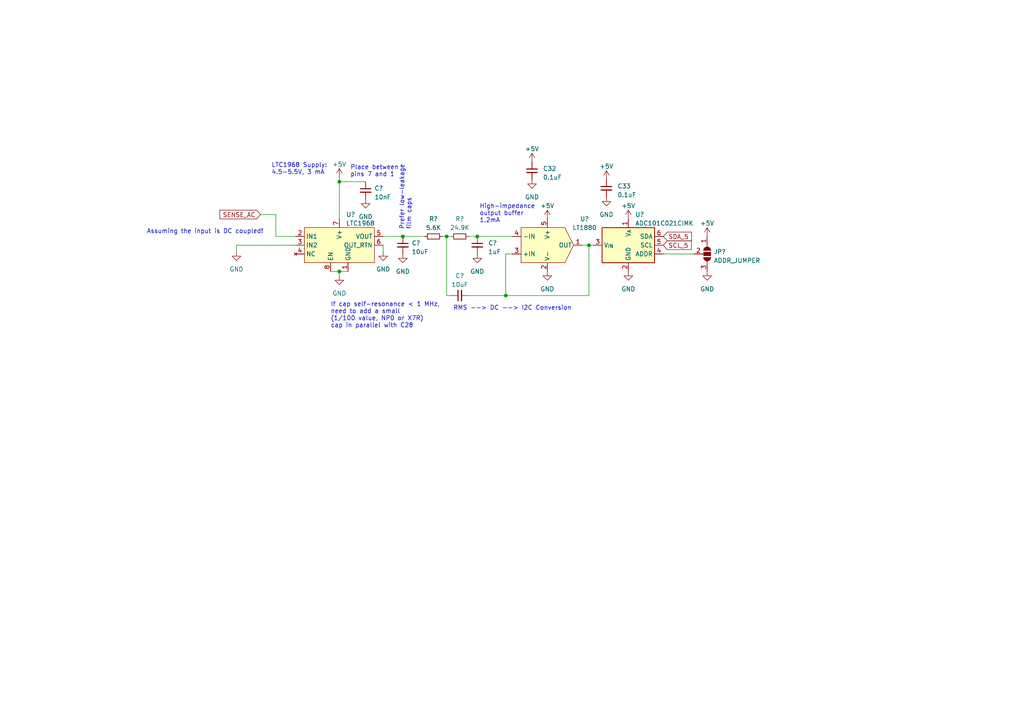
<source format=kicad_sch>
(kicad_sch (version 20230121) (generator eeschema)
  (paper "A4")
  (lib_symbols
    (symbol "Analog_ADC:ADC101C021CIMK"
      (property "Reference" "U" (at 3.81 11.43 0))
      (property "Value" "ADC101C021CIMK" (at 11.43 8.89 0))
      (symbol "ADC101C021CIMK_0_1"
        (rectangle (start -7.62 5.08) (end 7.62 -5.08) (stroke (width 0.254)) (fill (type background)))
      )
      (symbol "ADC101C021CIMK_1_1"
        (pin power_in line (at 0 7.62 270) (length 2.54) (name "V_{A}") (number "1"))
        (pin power_in line (at 0 -7.62 90) (length 2.54) (name "GND") (number "2"))
        (pin input line (at -10.16 0 0) (length 2.54) (name "V_{IN}") (number "3"))
        (pin input line (at 10.16 -2.54 180) (length 2.54) (name "ADDR") (number "4"))
        (pin input line (at 10.16 0 180) (length 2.54) (name "SCL") (number "5"))
        (pin bidirectional line (at 10.16 2.54 180) (length 2.54) (name "SDA") (number "6"))
      )
    )
    (symbol "Analog_ADC:LT1880"
      (property "Reference" "U" (at 10.16 7.62 0))
      (property "Value" "LT1880" (at 0 0 0))
      (symbol "LT1880_1_1"
        (polyline (pts (xy 10.16 0) (xy 7.62 5.08) (xy -5.08 5.08) (xy -5.08 -5.08) (xy 7.62 -5.08) (xy 10.16 0)) (fill (type background)))
        (pin input line (at 12.7 0 180) (length 2.54) (name "OUT") (number "1"))
        (pin input line (at 2.54 -7.62 90) (length 2.54) (name "V-") (number "2"))
        (pin input line (at -7.62 -2.54 0) (length 2.54) (name "+IN") (number "3"))
        (pin input line (at -7.62 2.54 0) (length 2.54) (name "-IN") (number "4"))
        (pin input line (at 2.54 7.62 270) (length 2.54) (name "V+") (number "5"))
      )
    )
    (symbol "Device:C_Small" (pin_numbers hide) (pin_names (offset 0.254) hide)
      (property "Reference" "C" (at 0.254 1.778 0))
      (property "Value" "C_Small" (at 0.254 -2.032 0))
      (symbol "C_Small_0_1"
        (polyline (pts (xy -1.524 -0.508) (xy 1.524 -0.508)) (stroke (width 0.3302)))
        (polyline (pts (xy -1.524 0.508) (xy 1.524 0.508)) (stroke (width 0.3048)))
      )
      (symbol "C_Small_1_1"
        (pin passive line (at 0 2.54 270) (length 2.032) (name "~") (number "1"))
        (pin passive line (at 0 -2.54 90) (length 2.032) (name "~") (number "2"))
      )
    )
    (symbol "Device:R_Small" (pin_numbers hide) (pin_names (offset 0.254) hide)
      (property "Reference" "R" (at 0.762 0.508 0))
      (property "Value" "R_Small" (at 0.762 -1.016 0))
      (symbol "R_Small_0_1"
        (rectangle (start -0.762 1.778) (end 0.762 -1.778) (stroke (width 0.2032)))
      )
      (symbol "R_Small_1_1"
        (pin passive line (at 0 2.54 270) (length 0.762) (name "~") (number "1"))
        (pin passive line (at 0 -2.54 90) (length 0.762) (name "~") (number "2"))
      )
    )
    (symbol "Jumper:SolderJumper_3_Open" (pin_names (offset 0) hide)
      (property "Reference" "JP" (at -2.54 -2.54 0))
      (property "Value" "SolderJumper_3_Open" (at 0 2.794 0))
      (symbol "SolderJumper_3_Open_0_1"
        (arc (start -1.016 1.016) (mid -2.0276 0) (end -1.016 -1.016))
        (arc (start -1.016 1.016) (mid -2.0276 0) (end -1.016 -1.016) (fill (type outline)))
        (rectangle (start -0.508 1.016) (end 0.508 -1.016) (fill (type outline)))
        (polyline (pts (xy -2.54 0) (xy -2.032 0)))
        (polyline (pts (xy -1.016 1.016) (xy -1.016 -1.016)))
        (polyline (pts (xy 0 -1.27) (xy 0 -1.016)))
        (polyline (pts (xy 1.016 1.016) (xy 1.016 -1.016)))
        (polyline (pts (xy 2.54 0) (xy 2.032 0)))
        (arc (start 1.016 -1.016) (mid 2.0276 0) (end 1.016 1.016))
        (arc (start 1.016 -1.016) (mid 2.0276 0) (end 1.016 1.016) (fill (type outline)))
      )
      (symbol "SolderJumper_3_Open_1_1"
        (pin passive line (at -5.08 0 0) (length 2.54) (name "A") (number "1"))
        (pin passive line (at 0 -3.81 90) (length 2.54) (name "C") (number "2"))
        (pin passive line (at 5.08 0 180) (length 2.54) (name "B") (number "3"))
      )
    )
    (symbol "RMS_to_DC:LTC1968"
      (property "Reference" "U" (at 2.54 7.62 0))
      (property "Value" "LTC1968" (at 0 0 0))
      (symbol "LTC1968_1_1"
        (rectangle (start -10.16 5.08) (end 10.16 -5.08) (fill (type background)))
        (pin input line (at 2.54 -7.62 90) (length 2.54) (name "GND") (number "1"))
        (pin input line (at -12.7 2.54 0) (length 2.54) (name "IN1") (number "2"))
        (pin input line (at -12.7 0 0) (length 2.54) (name "IN2") (number "3"))
        (pin no_connect line (at -12.7 -2.54 0) (length 2.54) (name "NC") (number "4"))
        (pin input line (at 12.7 2.54 180) (length 2.54) (name "VOUT") (number "5"))
        (pin input line (at 12.7 0 180) (length 2.54) (name "OUT_RTN") (number "6"))
        (pin input line (at 0 7.62 270) (length 2.54) (name "V+") (number "7"))
        (pin input line (at -2.54 -7.62 90) (length 2.54) (name "EN") (number "8"))
      )
    )
    (symbol "power:+5V" (power) (pin_names (offset 0))
      (property "Value" "+5V" (at 0 3.556 0))
      (symbol "+5V_0_1"
        (polyline (pts (xy -0.762 1.27) (xy 0 2.54)))
        (polyline (pts (xy 0 0) (xy 0 2.54)))
        (polyline (pts (xy 0 2.54) (xy 0.762 1.27)))
      )
      (symbol "+5V_1_1"
        (pin power_in line (at 0 0 90) (length 0) hide (name "+5V") (number "1"))
      )
    )
    (symbol "power:GND" (power) (pin_names (offset 0))
      (property "Value" "GND" (at 0 -3.81 0))
      (symbol "GND_0_1"
        (polyline (pts (xy 0 0) (xy 0 -1.27) (xy 1.27 -1.27) (xy 0 -2.54) (xy -1.27 -1.27) (xy 0 -1.27)))
      )
      (symbol "GND_1_1"
        (pin power_in line (at 0 0 270) (length 0) hide (name "GND") (number "1"))
      )
    )
  )
  (junction (at 146.685 85.725))
  (junction (at 98.425 78.74))
  (junction (at 170.815 71.12))
  (junction (at 138.43 68.58))
  (junction (at 129.54 68.58))
  (junction (at 116.84 68.58))
  (junction (at 98.425 52.705))
  (wire (pts (xy 146.685 73.66) (xy 148.59 73.66)))
  (wire (pts (xy 146.685 73.66) (xy 146.685 85.725)))
  (wire (pts (xy 168.91 71.12) (xy 170.815 71.12)))
  (wire (pts (xy 170.815 71.12) (xy 172.085 71.12)))
  (wire (pts (xy 129.54 85.725) (xy 130.81 85.725)))
  (wire (pts (xy 68.58 71.12) (xy 85.725 71.12)))
  (wire (pts (xy 135.89 68.58) (xy 138.43 68.58)))
  (wire (pts (xy 98.425 51.435) (xy 98.425 52.705)))
  (wire (pts (xy 80.01 68.58) (xy 85.725 68.58)))
  (wire (pts (xy 135.89 85.725) (xy 146.685 85.725)))
  (wire (pts (xy 111.125 68.58) (xy 116.84 68.58)))
  (wire (pts (xy 128.27 68.58) (xy 129.54 68.58)))
  (wire (pts (xy 75.565 62.23) (xy 80.01 62.23)))
  (wire (pts (xy 138.43 68.58) (xy 148.59 68.58)))
  (wire (pts (xy 98.425 78.74) (xy 100.965 78.74)))
  (wire (pts (xy 129.54 85.725) (xy 129.54 68.58)))
  (wire (pts (xy 192.405 73.66) (xy 201.295 73.66)))
  (wire (pts (xy 129.54 68.58) (xy 130.81 68.58)))
  (wire (pts (xy 98.425 52.705) (xy 98.425 63.5)))
  (wire (pts (xy 116.84 68.58) (xy 123.19 68.58)))
  (wire (pts (xy 98.425 80.01) (xy 98.425 78.74)))
  (wire (pts (xy 68.58 73.025) (xy 68.58 71.12)))
  (wire (pts (xy 170.815 85.725) (xy 170.815 71.12)))
  (wire (pts (xy 80.01 62.23) (xy 80.01 68.58)))
  (wire (pts (xy 98.425 52.705) (xy 106.045 52.705)))
  (wire (pts (xy 111.125 73.025) (xy 111.125 71.12)))
  (wire (pts (xy 95.885 78.74) (xy 98.425 78.74)))
  (wire (pts (xy 146.685 85.725) (xy 170.815 85.725)))
  (text "Prefer low-leakage\nfilm caps" (at 119.38 66.675 90) (effects (font (size 1.27 1.27)) (justify left bottom)))
  (text "LTC1968 Supply:\n4.5-5.5V, 3 mA" (at 78.74 50.8 0) (effects (font (size 1.27 1.27)) (justify left bottom)))
  (text "Assuming the input is DC coupled!" (at 42.545 67.945 0) (effects (font (size 1.27 1.27)) (justify left bottom)))
  (text "Place between\npins 7 and 1" (at 101.6 51.435 0) (effects (font (size 1.27 1.27)) (justify left bottom)))
  (text "RMS --> DC --> I2C Conversion" (at 131.445 90.17 0) (effects (font (size 1.27 1.27)) (justify left bottom)))
  (text "If cap self-resonance < 1 MHz,\nneed to add a small\n(1/100 value, NP0 or X7R)\ncap in parallel with C28" (at 95.885 95.25 0) (effects (font (size 1.27 1.27)) (justify left bottom)))
  (text "High-impedance\noutput buffer\n1.2mA" (at 139.065 64.77 0) (effects (font (size 1.27 1.27)) (justify left bottom)))
  (global_label "SDA_5" (shape input) (at 192.405 68.58 0) (property "Intersheetrefs" "${INTERSHEET_REFS}" (effects hide)))
  (global_label "SENSE_AC" (shape input) (at 75.565 62.23 180) (property "Intersheetrefs" "${INTERSHEET_REFS}" (effects hide)))
  (global_label "SCL_5" (shape input) (at 192.405 71.12 0) (property "Intersheetrefs" "${INTERSHEET_REFS}" (effects hide)))
  (symbol (lib_id "Device:C_Small") (at 154.305 49.53 0) (unit 1)
    (property "Reference" "C32" (at 157.48 48.9013 0) (effects (justify left)))
    (property "Value" "0.1uF" (at 157.48 51.4413 0) (effects (justify left)))
  )
  (symbol (lib_id "Device:C_Small") (at 106.045 55.245 0) (unit 1)
    (property "Reference" "C?" (at 108.585 54.6163 0) (effects (justify left)))
    (property "Value" "10nF" (at 108.585 57.1563 0) (effects (justify left)))
    (instances (project "AMF-Generator" (path "" (reference "C?") (unit 1)) (path "" (reference "C27") (unit 1))))
  )
  (symbol (lib_id "power:GND") (at 182.245 78.74 0) (unit 1)
    (property "Reference" "#PWR?" (effects hide))
    (property "Value" "GND" (at 182.245 83.82 0))
    (instances (project "AMF-Generator" (path "" (reference "#PWR?") (unit 1)) (path "" (reference "#PWR043") (unit 1))))
  )
  (symbol (lib_id "power:GND") (at 116.84 73.66 0) (unit 1)
    (property "Reference" "#PWR?" (effects hide))
    (property "Value" "GND" (at 116.84 78.74 0))
    (instances (project "AMF-Generator" (path "" (reference "#PWR?") (unit 1)) (path "" (reference "#PWR031") (unit 1))))
  )
  (symbol (lib_id "Jumper:SolderJumper_3_Open") (at 205.105 73.66 270) (unit 1)
    (property "Reference" "JP?" (at 207.01 73.025 90) (effects (justify left)))
    (property "Value" "ADDR_JUMPER" (at 207.01 75.565 90) (effects (justify left)))
    (instances (project "AMF-Generator" (path "" (reference "JP?") (unit 1)) (path "" (reference "JP2") (unit 1))))
  )
  (symbol (lib_id "power:+5V") (at 158.75 63.5 0) (unit 1)
    (property "Reference" "#PWR?" (effects hide))
    (property "Value" "+5V" (at 158.75 59.69 0))
    (instances (project "AMF-Generator" (path "" (reference "#PWR?") (unit 1)) (path "" (reference "#PWR040") (unit 1))))
  )
  (symbol (lib_id "RMS_to_DC:LTC1968") (at 98.425 71.12 0) (unit 1)
    (property "Reference" "U?" (at 100.3809 62.23 0) (effects (justify left)))
    (property "Value" "LTC1968" (at 100.3809 64.77 0) (effects (justify left)))
    (property "Footprint" "Package_SO:MSOP-8_3x3mm_P0.65mm" (effects hide))
    (property "Datasheet" "https://www.analog.com/media/en/technical-documentation/data-sheets/1968f.pdf" (effects hide))
    (instances (project "AMF-Generator" (path "" (reference "U?") (unit 1)) (path "" (reference "U3") (unit 1))))
  )
  (symbol (lib_id "power:GND") (at 175.895 57.15 0) (unit 1)
    (property "Reference" "#PWR?" (effects hide))
    (property "Value" "GND" (at 175.895 62.23 0))
    (instances (project "AMF-Generator" (path "" (reference "#PWR?") (unit 1)) (path "" (reference "#PWR053") (unit 1))))
  )
  (symbol (lib_id "power:+5V") (at 175.895 52.07 0) (unit 1)
    (property "Reference" "#PWR?" (effects hide))
    (property "Value" "+5V" (at 175.895 48.26 0))
    (instances (project "AMF-Generator" (path "" (reference "#PWR?") (unit 1)) (path "" (reference "#PWR052") (unit 1))))
  )
  (symbol (lib_id "Device:R_Small") (at 133.35 68.58 90) (unit 1)
    (property "Reference" "R?" (at 133.35 63.5 90))
    (property "Value" "24.9K" (at 133.35 66.04 90))
    (instances (project "AMF-Generator" (path "" (reference "R?") (unit 1)) (path "" (reference "R15") (unit 1))))
  )
  (symbol (lib_id "Device:R_Small") (at 125.73 68.58 90) (unit 1)
    (property "Reference" "R?" (at 125.73 63.5 90))
    (property "Value" "5.6K" (at 125.73 66.04 90))
    (instances (project "AMF-Generator" (path "" (reference "R?") (unit 1)) (path "" (reference "R14") (unit 1))))
  )
  (symbol (lib_id "power:+5V") (at 182.245 63.5 0) (unit 1)
    (property "Reference" "#PWR?" (effects hide))
    (property "Value" "+5V" (at 182.245 59.69 0))
    (instances (project "AMF-Generator" (path "" (reference "#PWR?") (unit 1)) (path "" (reference "#PWR042") (unit 1))))
  )
  (symbol (lib_id "Analog_ADC:ADC101C021CIMK") (at 182.245 71.12 0) (unit 1)
    (property "Reference" "U?" (at 184.2009 62.23 0) (effects (justify left)))
    (property "Value" "ADC101C021CIMK" (at 184.2009 64.77 0) (effects (justify left)))
    (property "Footprint" "Package_TO_SOT_SMD:SOT-23-6" (effects hide))
    (property "Datasheet" "https://www.ti.com/lit/ds/symlink/adc101c021.pdf" (effects hide))
    (instances (project "AMF-Generator" (path "" (reference "U?") (unit 1)) (path "" (reference "U7") (unit 1))))
  )
  (symbol (lib_id "power:GND") (at 138.43 73.66 0) (unit 1)
    (property "Reference" "#PWR?" (effects hide))
    (property "Value" "GND" (at 138.43 78.74 0))
    (instances (project "AMF-Generator" (path "" (reference "#PWR?") (unit 1)) (path "" (reference "#PWR039") (unit 1))))
  )
  (symbol (lib_id "Device:C_Small") (at 175.895 54.61 0) (unit 1)
    (property "Reference" "C33" (at 179.07 53.9813 0) (effects (justify left)))
    (property "Value" "0.1uF" (at 179.07 56.5213 0) (effects (justify left)))
  )
  (symbol (lib_id "power:GND") (at 158.75 78.74 0) (unit 1)
    (property "Reference" "#PWR?" (effects hide))
    (property "Value" "GND" (at 158.75 83.82 0))
    (instances (project "AMF-Generator" (path "" (reference "#PWR?") (unit 1)) (path "" (reference "#PWR041") (unit 1))))
  )
  (symbol (lib_id "power:GND") (at 154.305 52.07 0) (unit 1)
    (property "Reference" "#PWR?" (effects hide))
    (property "Value" "GND" (at 154.305 57.15 0))
    (instances (project "AMF-Generator" (path "" (reference "#PWR?") (unit 1)) (path "" (reference "#PWR051") (unit 1))))
  )
  (symbol (lib_id "power:GND") (at 205.105 78.74 0) (unit 1)
    (property "Reference" "#PWR?" (effects hide))
    (property "Value" "GND" (at 205.105 83.82 0))
    (instances (project "AMF-Generator" (path "" (reference "#PWR?") (unit 1)) (path "" (reference "#PWR045") (unit 1))))
  )
  (symbol (lib_id "Analog_ADC:LT1880") (at 156.21 71.12 0) (unit 1)
    (property "Reference" "U?" (at 169.545 63.5 0))
    (property "Value" "LT1880" (at 169.545 66.04 0))
    (property "Footprint" "Package_TO_SOT_SMD:TSOT-23-5" (effects hide))
    (property "Datasheet" "https://www.analog.com/media/en/technical-documentation/data-sheets/1880fa.pdf" (effects hide))
    (instances (project "AMF-Generator" (path "" (reference "U?") (unit 1)) (path "" (reference "U4") (unit 1))))
  )
  (symbol (lib_id "power:GND") (at 111.125 73.025 0) (unit 1)
    (property "Reference" "#PWR?" (effects hide))
    (property "Value" "GND" (at 111.125 78.105 0))
    (instances (project "AMF-Generator" (path "" (reference "#PWR?") (unit 1)) (path "" (reference "#PWR030") (unit 1))))
  )
  (symbol (lib_id "Device:C_Small") (at 133.35 85.725 90) (unit 1)
    (property "Reference" "C?" (at 133.3563 80.01 90))
    (property "Value" "10uF" (at 133.3563 82.55 90))
    (instances (project "AMF-Generator" (path "" (reference "C?") (unit 1)) (path "" (reference "C29") (unit 1))))
  )
  (symbol (lib_id "power:GND") (at 68.58 73.025 0) (unit 1)
    (property "Reference" "#PWR?" (effects hide))
    (property "Value" "GND" (at 68.58 78.105 0))
    (instances (project "AMF-Generator" (path "" (reference "#PWR?") (unit 1)) (path "" (reference "#PWR026") (unit 1))))
  )
  (symbol (lib_id "power:+5V") (at 205.105 68.58 0) (unit 1)
    (property "Reference" "#PWR?" (effects hide))
    (property "Value" "+5V" (at 205.105 64.77 0))
    (instances (project "AMF-Generator" (path "" (reference "#PWR?") (unit 1)) (path "" (reference "#PWR044") (unit 1))))
  )
  (symbol (lib_id "Device:C_Small") (at 116.84 71.12 0) (unit 1)
    (property "Reference" "C?" (at 119.38 70.4913 0) (effects (justify left)))
    (property "Value" "10uF" (at 119.38 73.0313 0) (effects (justify left)))
    (instances (project "AMF-Generator" (path "" (reference "C?") (unit 1)) (path "" (reference "C28") (unit 1))))
  )
  (symbol (lib_id "Device:C_Small") (at 138.43 71.12 0) (unit 1)
    (property "Reference" "C?" (at 141.605 70.4913 0) (effects (justify left)))
    (property "Value" "1uF" (at 141.605 73.0313 0) (effects (justify left)))
    (instances (project "AMF-Generator" (path "" (reference "C?") (unit 1)) (path "" (reference "C30") (unit 1))))
  )
  (symbol (lib_id "power:+5V") (at 154.305 46.99 0) (unit 1)
    (property "Reference" "#PWR?" (effects hide))
    (property "Value" "+5V" (at 154.305 43.18 0))
    (instances (project "AMF-Generator" (path "" (reference "#PWR?") (unit 1)) (path "" (reference "#PWR050") (unit 1))))
  )
  (symbol (lib_id "power:GND") (at 98.425 80.01 0) (unit 1)
    (property "Reference" "#PWR?" (effects hide))
    (property "Value" "GND" (at 98.425 85.09 0))
    (instances (project "AMF-Generator" (path "" (reference "#PWR?") (unit 1)) (path "" (reference "#PWR028") (unit 1))))
  )
  (symbol (lib_id "power:+5V") (at 98.425 51.435 0) (unit 1)
    (property "Reference" "#PWR?" (effects hide))
    (property "Value" "+5V" (at 98.425 47.625 0))
    (instances (project "AMF-Generator" (path "" (reference "#PWR?") (unit 1)) (path "" (reference "#PWR027") (unit 1))))
  )
  (symbol (lib_id "power:GND") (at 106.045 57.785 0) (unit 1)
    (property "Reference" "#PWR?" (effects hide))
    (property "Value" "GND" (at 106.045 62.865 0))
    (instances (project "AMF-Generator" (path "" (reference "#PWR?") (unit 1)) (path "" (reference "#PWR029") (unit 1))))
  )
)
</source>
